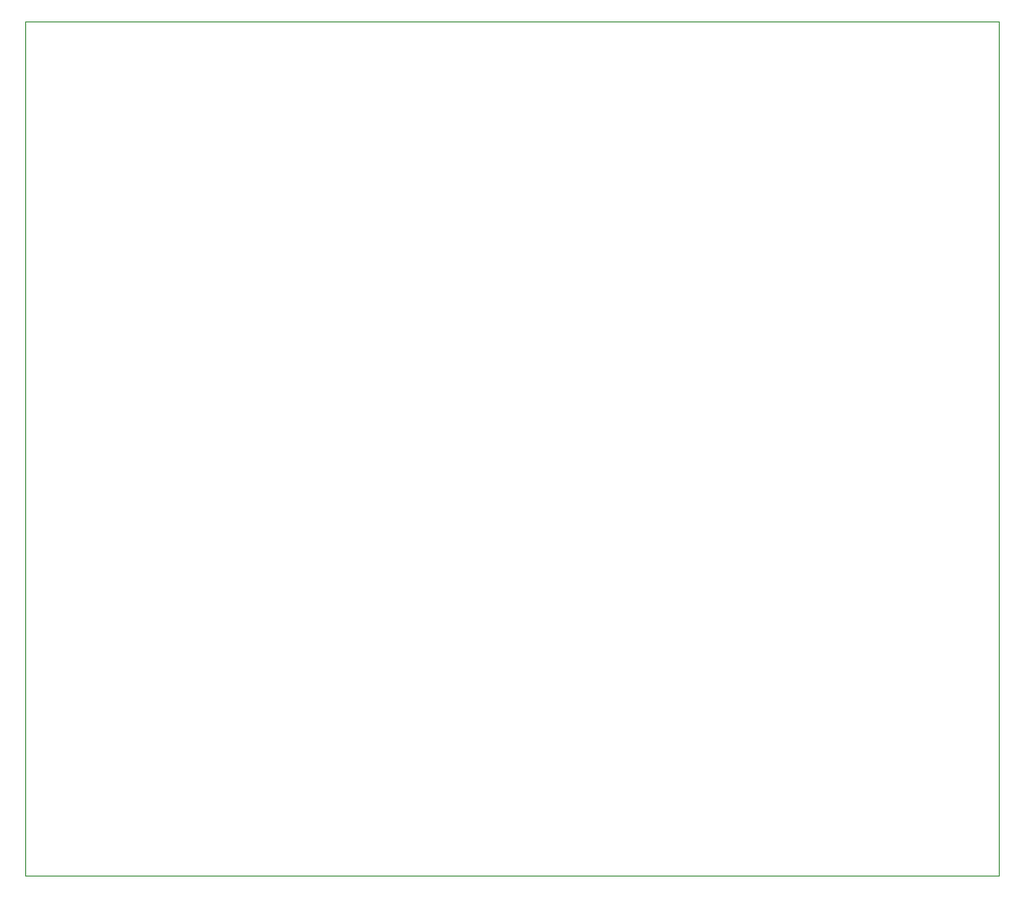
<source format=gm1>
G04 #@! TF.FileFunction,Profile,NP*
%FSLAX46Y46*%
G04 Gerber Fmt 4.6, Leading zero omitted, Abs format (unit mm)*
G04 Created by KiCad (PCBNEW 4.0.6) date 08/24/17 20:09:39*
%MOMM*%
%LPD*%
G01*
G04 APERTURE LIST*
%ADD10C,0.100000*%
G04 APERTURE END LIST*
D10*
X83185000Y-53340000D02*
X83185000Y-57150000D01*
X171450000Y-53340000D02*
X83185000Y-53340000D01*
X171450000Y-57150000D02*
X171450000Y-53340000D01*
X83185000Y-57150000D02*
X83185000Y-130810000D01*
X171450000Y-130810000D02*
X171450000Y-57150000D01*
X83185000Y-130810000D02*
X171450000Y-130810000D01*
M02*

</source>
